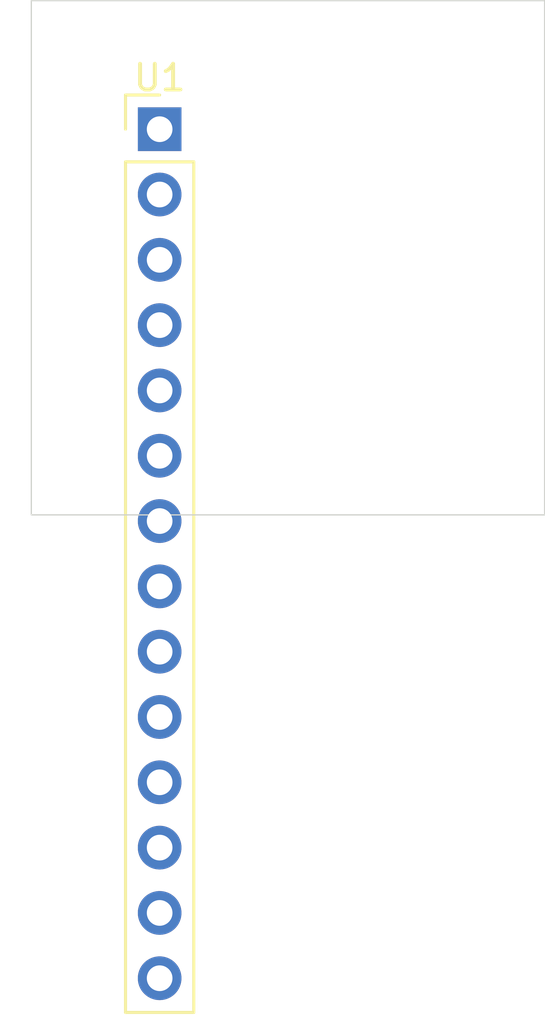
<source format=kicad_pcb>
(kicad_pcb (version 20241229) (generator "pcbnew") (generator_version "9.0")
  (layers (0 "F.Cu" signal) (2 "B.Cu" signal) (13 "F.Paste" user) (15 "B.Paste" user) (5 "F.SilkS" user "F.Silkscreen") (7 "B.SilkS" user "B.Silkscreen") (1 "F.Mask" user) (3 "B.Mask" user) (25 "Edge.Cuts" user))
  (net 0 "")
  (footprint "Connector_PinHeader_2.54mm:PinHeader_1x14_P2.54mm_Vertical" (layer "F.Cu") (at 5.0 5.0)
    (property "Reference" "U1" (at 0 -2 0) (layer "F.SilkS") (effects (font (size 1.0 1.0))))
    (property "Value" "USB_Transceiver")
    (fp_line (start -1.33 -1.33) (end 0.0 -1.33) (stroke (width 0.12)) (layer "F.SilkS"))
    (fp_line (start -1.33 0.0) (end -1.33 -1.33) (stroke (width 0.12)) (layer "F.SilkS"))
    (fp_line (start -1.33 1.27) (end -1.33 34.35) (stroke (width 0.12)) (layer "F.SilkS"))
    (fp_line (start -1.33 1.27) (end 1.33 1.27) (stroke (width 0.12)) (layer "F.SilkS"))
    (fp_line (start -1.33 34.35) (end 1.33 34.35) (stroke (width 0.12)) (layer "F.SilkS"))
    (fp_line (start 1.33 1.27) (end 1.33 34.35) (stroke (width 0.12)) (layer "F.SilkS"))
    (pad "1" thru_hole rect (size 1.7 1.7) (layers "*.Cu" "*.Mask") (drill 1.0))
    (pad "2" thru_hole oval (at 0.0 2.54) (size 1.7 1.7) (layers "*.Cu" "*.Mask") (drill 1.0))
    (pad "3" thru_hole oval (at 0.0 5.08) (size 1.7 1.7) (layers "*.Cu" "*.Mask") (drill 1.0))
    (pad "4" thru_hole oval (at 0.0 7.62) (size 1.7 1.7) (layers "*.Cu" "*.Mask") (drill 1.0))
    (pad "5" thru_hole oval (at 0.0 10.16) (size 1.7 1.7) (layers "*.Cu" "*.Mask") (drill 1.0))
    (pad "6" thru_hole oval (at 0.0 12.7) (size 1.7 1.7) (layers "*.Cu" "*.Mask") (drill 1.0))
    (pad "7" thru_hole oval (at 0.0 15.24) (size 1.7 1.7) (layers "*.Cu" "*.Mask") (drill 1.0))
    (pad "8" thru_hole oval (at 0.0 17.78) (size 1.7 1.7) (layers "*.Cu" "*.Mask") (drill 1.0))
    (pad "9" thru_hole oval (at 0.0 20.32) (size 1.7 1.7) (layers "*.Cu" "*.Mask") (drill 1.0))
    (pad "10" thru_hole oval (at 0.0 22.86) (size 1.7 1.7) (layers "*.Cu" "*.Mask") (drill 1.0))
    (pad "11" thru_hole oval (at 0.0 25.4) (size 1.7 1.7) (layers "*.Cu" "*.Mask") (drill 1.0))
    (pad "12" thru_hole oval (at 0.0 27.94) (size 1.7 1.7) (layers "*.Cu" "*.Mask") (drill 1.0))
    (pad "13" thru_hole oval (at 0.0 30.48) (size 1.7 1.7) (layers "*.Cu" "*.Mask") (drill 1.0))
    (pad "14" thru_hole oval (at 0.0 33.02) (size 1.7 1.7) (layers "*.Cu" "*.Mask") (drill 1.0))
  )
  (gr_rect (start 0 0) (end 20.0 20.0) (stroke (width 0.05)) (fill no) (layer "Edge.Cuts"))
)
</source>
